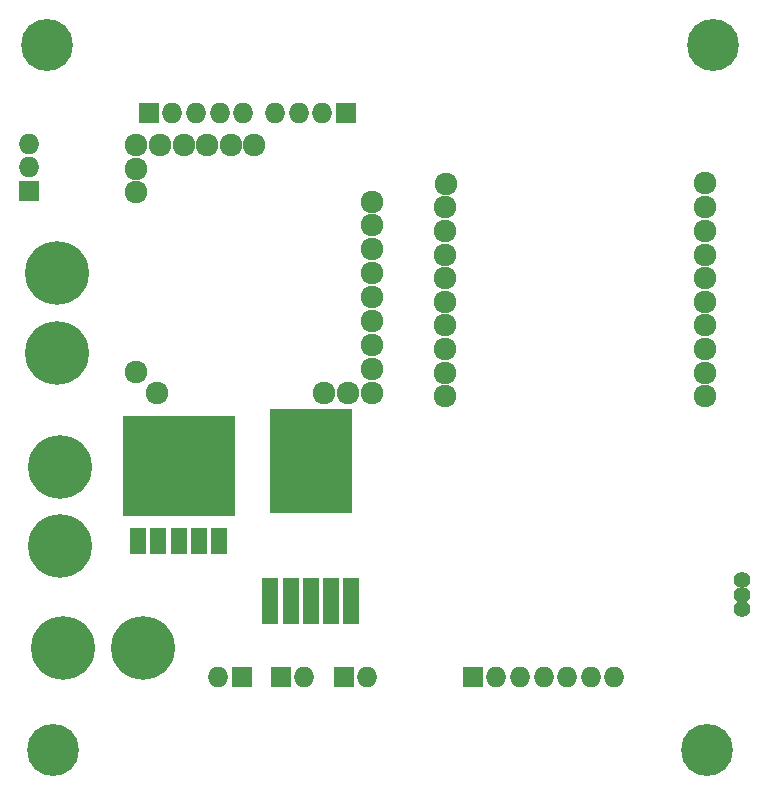
<source format=gbr>
G04 #@! TF.GenerationSoftware,KiCad,Pcbnew,5.0.0-rc3-unknown-3e22e5c~65~ubuntu16.04.1*
G04 #@! TF.CreationDate,2018-07-12T16:40:26-04:00*
G04 #@! TF.ProjectId,Phoenix_schema_ver3,50686F656E69785F736368656D615F76,rev?*
G04 #@! TF.SameCoordinates,Original*
G04 #@! TF.FileFunction,Soldermask,Top*
G04 #@! TF.FilePolarity,Negative*
%FSLAX46Y46*%
G04 Gerber Fmt 4.6, Leading zero omitted, Abs format (unit mm)*
G04 Created by KiCad (PCBNEW 5.0.0-rc3-unknown-3e22e5c~65~ubuntu16.04.1) date Thu Jul 12 16:40:26 2018*
%MOMM*%
%LPD*%
G01*
G04 APERTURE LIST*
%ADD10C,1.924000*%
%ADD11O,1.750000X1.750000*%
%ADD12R,1.750000X1.750000*%
%ADD13C,1.400000*%
%ADD14C,4.400000*%
%ADD15C,5.400000*%
%ADD16R,1.365200X3.905200*%
%ADD17R,6.953200X8.858200*%
%ADD18R,1.460000X2.320000*%
%ADD19R,9.490000X8.520000*%
G04 APERTURE END LIST*
D10*
G04 #@! TO.C,ELKA*
X133170477Y-85667204D03*
X133170477Y-83667204D03*
X133170477Y-81667204D03*
X133170477Y-79667204D03*
X115011200Y-95834200D03*
X113233200Y-94056200D03*
X133172200Y-87706200D03*
X133172200Y-89738200D03*
X133172200Y-91770200D03*
X133172200Y-93802200D03*
X129108200Y-95834200D03*
X131140200Y-95834200D03*
X133172200Y-95834200D03*
X113233200Y-78816200D03*
X113233200Y-76911200D03*
X123259200Y-74863200D03*
X121259200Y-74863200D03*
X119259200Y-74863200D03*
X117259200Y-74863200D03*
X115259200Y-74863200D03*
X113233200Y-74879200D03*
G04 #@! TD*
G04 #@! TO.C,Zigbee*
X139446000Y-78130400D03*
X139430000Y-80131000D03*
X139430000Y-82131000D03*
X139430000Y-84131000D03*
X139430000Y-86131000D03*
X139430000Y-88131000D03*
X139430000Y-90131000D03*
X139430000Y-92131000D03*
X139430000Y-94131000D03*
X139430000Y-96131000D03*
X161442400Y-78079600D03*
X161430000Y-80131000D03*
X161430000Y-82131000D03*
X161430000Y-84131000D03*
X161430000Y-86131000D03*
X161430000Y-88131000D03*
X161430000Y-90131000D03*
X161430000Y-92131000D03*
X161430000Y-94131000D03*
X161430000Y-96131000D03*
G04 #@! TD*
D11*
G04 #@! TO.C,J9\002CJ15*
X153732000Y-119888000D03*
X151732000Y-119888000D03*
X149732000Y-119888000D03*
X147732000Y-119888000D03*
X145732000Y-119888000D03*
X143732000Y-119888000D03*
D12*
X141732000Y-119888000D03*
G04 #@! TD*
D13*
G04 #@! TO.C,R1*
X164541200Y-114144400D03*
X164541200Y-112928400D03*
X164541200Y-111712400D03*
G04 #@! TD*
D14*
G04 #@! TO.C,REF\002A\002A*
X161544000Y-126085600D03*
G04 #@! TD*
D12*
G04 #@! TO.C,To ESCs*
X114300000Y-72136000D03*
D11*
X116300000Y-72136000D03*
X118300000Y-72136000D03*
X120300000Y-72136000D03*
X122300000Y-72136000D03*
G04 #@! TD*
D14*
G04 #@! TO.C,REF\002A\002A*
X105664000Y-66395600D03*
G04 #@! TD*
D15*
G04 #@! TO.C,To EScs*
X106553000Y-85725000D03*
X106553000Y-92456000D03*
G04 #@! TD*
G04 #@! TO.C,J1*
X106807000Y-108839000D03*
X106807000Y-102108000D03*
G04 #@! TD*
D12*
G04 #@! TO.C,J16*
X131000000Y-72136000D03*
D11*
X129000000Y-72136000D03*
X127000000Y-72136000D03*
X125000000Y-72136000D03*
G04 #@! TD*
D12*
G04 #@! TO.C,J3*
X122174000Y-119888000D03*
D11*
X120174000Y-119888000D03*
G04 #@! TD*
D12*
G04 #@! TO.C,J4*
X125476000Y-119888000D03*
D11*
X127476000Y-119888000D03*
G04 #@! TD*
D12*
G04 #@! TO.C,J5*
X130810000Y-119888000D03*
D11*
X132810000Y-119888000D03*
G04 #@! TD*
D15*
G04 #@! TO.C,J6*
X107061000Y-117475000D03*
X113792000Y-117475000D03*
G04 #@! TD*
D16*
G04 #@! TO.C,*
X124612400Y-113449100D03*
X126314200Y-113449100D03*
X128016000Y-113449100D03*
X129717800Y-113449100D03*
X131419600Y-113449100D03*
D17*
X128016000Y-101650800D03*
G04 #@! TD*
D18*
G04 #@! TO.C,*
X113400000Y-108372000D03*
X115120000Y-108372000D03*
X116840000Y-108372000D03*
X118560000Y-108372000D03*
X120280000Y-108372000D03*
D19*
X116840000Y-101992000D03*
G04 #@! TD*
D12*
G04 #@! TO.C,*
X104140000Y-78740000D03*
D11*
X104140000Y-76740000D03*
X104140000Y-74740000D03*
G04 #@! TD*
D14*
G04 #@! TO.C,REF\002A\002A*
X162052000Y-66395600D03*
G04 #@! TD*
G04 #@! TO.C,REF\002A\002A*
X106172000Y-126085600D03*
G04 #@! TD*
M02*

</source>
